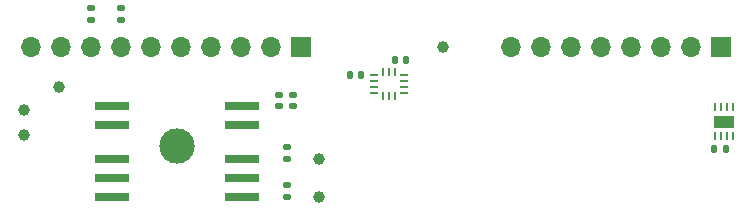
<source format=gbr>
%TF.GenerationSoftware,KiCad,Pcbnew,7.0.10*%
%TF.CreationDate,2024-02-18T18:22:22+01:00*%
%TF.ProjectId,flippy_multisensor,666c6970-7079-45f6-9d75-6c746973656e,rev?*%
%TF.SameCoordinates,Original*%
%TF.FileFunction,Soldermask,Top*%
%TF.FilePolarity,Negative*%
%FSLAX46Y46*%
G04 Gerber Fmt 4.6, Leading zero omitted, Abs format (unit mm)*
G04 Created by KiCad (PCBNEW 7.0.10) date 2024-02-18 18:22:22*
%MOMM*%
%LPD*%
G01*
G04 APERTURE LIST*
G04 Aperture macros list*
%AMRoundRect*
0 Rectangle with rounded corners*
0 $1 Rounding radius*
0 $2 $3 $4 $5 $6 $7 $8 $9 X,Y pos of 4 corners*
0 Add a 4 corners polygon primitive as box body*
4,1,4,$2,$3,$4,$5,$6,$7,$8,$9,$2,$3,0*
0 Add four circle primitives for the rounded corners*
1,1,$1+$1,$2,$3*
1,1,$1+$1,$4,$5*
1,1,$1+$1,$6,$7*
1,1,$1+$1,$8,$9*
0 Add four rect primitives between the rounded corners*
20,1,$1+$1,$2,$3,$4,$5,0*
20,1,$1+$1,$4,$5,$6,$7,0*
20,1,$1+$1,$6,$7,$8,$9,0*
20,1,$1+$1,$8,$9,$2,$3,0*%
G04 Aperture macros list end*
%ADD10RoundRect,0.140000X0.170000X-0.140000X0.170000X0.140000X-0.170000X0.140000X-0.170000X-0.140000X0*%
%ADD11R,3.000000X0.800000*%
%ADD12C,3.000000*%
%ADD13C,1.000000*%
%ADD14RoundRect,0.135000X-0.185000X0.135000X-0.185000X-0.135000X0.185000X-0.135000X0.185000X0.135000X0*%
%ADD15RoundRect,0.135000X0.185000X-0.135000X0.185000X0.135000X-0.185000X0.135000X-0.185000X-0.135000X0*%
%ADD16RoundRect,0.140000X0.140000X0.170000X-0.140000X0.170000X-0.140000X-0.170000X0.140000X-0.170000X0*%
%ADD17R,0.680000X0.280000*%
%ADD18R,0.280000X0.680000*%
%ADD19R,0.250000X0.700000*%
%ADD20R,1.800000X1.100000*%
%ADD21RoundRect,0.140000X-0.140000X-0.170000X0.140000X-0.170000X0.140000X0.170000X-0.140000X0.170000X0*%
%ADD22R,1.700000X1.700000*%
%ADD23O,1.700000X1.700000*%
G04 APERTURE END LIST*
D10*
%TO.C,C4*%
X25550000Y-9820000D03*
X25550000Y-10780000D03*
%TD*%
D11*
%TO.C,U3*%
X21300000Y-10800000D03*
X21300000Y-12400000D03*
X21300000Y-15300000D03*
X21300000Y-16900000D03*
X21300000Y-18500000D03*
X10300000Y-18500000D03*
X10300000Y-16900000D03*
X10300000Y-15300000D03*
X10300000Y-12400000D03*
X10300000Y-10800000D03*
D12*
X15800000Y-14150000D03*
%TD*%
D13*
%TO.C,RST*%
X27800000Y-18500000D03*
%TD*%
%TO.C,TX*%
X2800000Y-11150000D03*
%TD*%
%TO.C,RX*%
X2800000Y-13250000D03*
%TD*%
%TO.C,1PPS*%
X5800000Y-9150000D03*
%TD*%
%TO.C,WAKEUP*%
X27800000Y-15300000D03*
%TD*%
D14*
%TO.C,R4*%
X25100000Y-17490000D03*
X25100000Y-18510000D03*
%TD*%
D15*
%TO.C,R3*%
X25100000Y-15310000D03*
X25100000Y-14290000D03*
%TD*%
D10*
%TO.C,C5*%
X24400000Y-10780000D03*
X24400000Y-9820000D03*
%TD*%
D16*
%TO.C,C2*%
X31380000Y-8150000D03*
X30420000Y-8150000D03*
%TD*%
D17*
%TO.C,U2*%
X34980002Y-9649998D03*
X34980002Y-9149998D03*
X34980002Y-8649998D03*
X34980002Y-8149998D03*
D18*
X34220002Y-7889998D03*
X33720002Y-7889998D03*
X33220002Y-7889998D03*
D17*
X32460002Y-8149998D03*
X32460002Y-8649998D03*
X32460002Y-9149998D03*
X32460002Y-9649998D03*
D18*
X33220002Y-9909998D03*
X33720002Y-9909998D03*
X34220002Y-9909998D03*
%TD*%
D14*
%TO.C,R2*%
X8515000Y-2446000D03*
X8515000Y-3466000D03*
%TD*%
D15*
%TO.C,R1*%
X11055000Y-3466000D03*
X11055000Y-2446000D03*
%TD*%
D19*
%TO.C,U1*%
X62859000Y-10900000D03*
X62359000Y-10900000D03*
X61859000Y-10900000D03*
X61359000Y-10900000D03*
X61359000Y-13300000D03*
X61859000Y-13300000D03*
X62359000Y-13300000D03*
X62859000Y-13300000D03*
D20*
X62109000Y-12100000D03*
%TD*%
D21*
%TO.C,C1*%
X61248000Y-14386000D03*
X62208000Y-14386000D03*
%TD*%
%TO.C,C3*%
X34200000Y-6850000D03*
X35160000Y-6850000D03*
%TD*%
D13*
%TO.C,INT1*%
X38300000Y-5750000D03*
%TD*%
D22*
%TO.C,J2*%
X26295000Y-5750000D03*
D23*
X23755000Y-5750000D03*
X21215000Y-5750000D03*
X18675000Y-5750000D03*
X16135000Y-5750000D03*
X13595000Y-5750000D03*
X11055000Y-5750000D03*
X8515000Y-5750000D03*
X5975000Y-5750000D03*
X3435000Y-5750000D03*
%TD*%
D22*
%TO.C,J1*%
X61855000Y-5750000D03*
D23*
X59315000Y-5750000D03*
X56775000Y-5750000D03*
X54235000Y-5750000D03*
X51695000Y-5750000D03*
X49155000Y-5750000D03*
X46615000Y-5750000D03*
X44075000Y-5750000D03*
%TD*%
M02*

</source>
